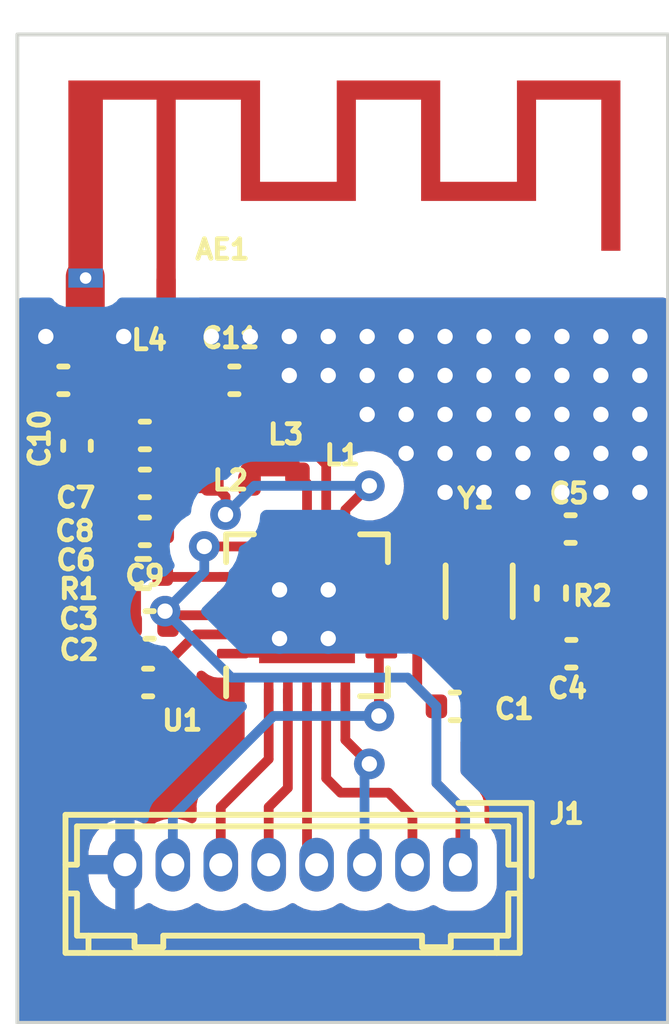
<source format=kicad_pcb>
(kicad_pcb (version 20221018) (generator pcbnew)
  (layers (0 "F.Cu" signal) (31 "B.Cu" signal) (34 "B.Paste" user) (35 "F.Paste" user) (36 "B.SilkS" user "B.Silkscreen") (37 "F.SilkS" user "F.Silkscreen") (38 "B.Mask" user) (39 "F.Mask" user) (44 "Edge.Cuts" user))
  (net 0 "")
  (net 1 "Net-(AE1-A)")
  (net 2 "VDD")
  (net 3 "GND")
  (net 4 "Net-(U1-DVDD)")
  (net 5 "Net-(U1-XC2)")
  (net 6 "Net-(U1-XC1)")
  (net 7 "Net-(U1-VDD_PA)")
  (net 8 "Net-(C7-Pad1)")
  (net 9 "Net-(C10-Pad1)")
  (net 10 "Net-(J1-Pin_2)")
  (net 11 "Net-(J1-Pin_3)")
  (net 12 "Net-(J1-Pin_4)")
  (net 13 "Net-(J1-Pin_5)")
  (net 14 "Net-(J1-Pin_6)")
  (net 15 "Net-(J1-Pin_7)")
  (net 16 "Net-(U1-ANT1)")
  (net 17 "Net-(U1-ANT2)")
  (net 18 "Net-(U1-IREF)")
  (footprint "Capacitor_SMD:C_0402_1005Metric" (layer "F.Cu") (at 149.48 47.6275 180)
    (fp_text reference "C2" (at 1.8 0.8475) (layer "F.SilkS") (effects (font (size 0.508 0.508) (thickness 0.1524))))
    (fp_text value "33nF")
    (fp_line (start -0.107836 -0.36) (end 0.107836 -0.36) (stroke (width 0.1524)) (layer "F.SilkS"))
    (fp_line (start -0.107836 0.36) (end 0.107836 0.36) (stroke (width 0.1524)) (layer "F.SilkS"))
    (pad "1" smd roundrect (at -0.48 0 180) (size 0.56 0.62) (layers "F.Cu" "F.Paste" "F.Mask") (net 4 "Net-(U1-DVDD)"))
    (pad "2" smd roundrect (at 0.48 0 180) (size 0.56 0.62) (layers "F.Cu" "F.Paste" "F.Mask") (net 3 "GND"))
  )
  (footprint "Capacitor_SMD:C_0402_1005Metric" (layer "F.Cu") (at 147.27 39.75 180)
    (fp_text reference "C10" (at 0.62 -1.52 90) (layer "F.SilkS") (effects (font (size 0.508 0.508) (thickness 0.1524))))
    (fp_text value "Cx")
    (fp_line (start -0.107836 -0.36) (end 0.107836 -0.36) (stroke (width 0.1524)) (layer "F.SilkS"))
    (fp_line (start -0.107836 0.36) (end 0.107836 0.36) (stroke (width 0.1524)) (layer "F.SilkS"))
    (pad "1" smd roundrect (at -0.48 0 180) (size 0.56 0.62) (layers "F.Cu" "F.Paste" "F.Mask") (net 9 "Net-(C10-Pad1)"))
    (pad "2" smd roundrect (at 0.48 0 180) (size 0.56 0.62) (layers "F.Cu" "F.Paste" "F.Mask") (net 3 "GND"))
  )
  (footprint "Capacitor_SMD:C_0402_1005Metric" (layer "F.Cu") (at 149.395 41.1875 180)
    (fp_text reference "C7" (at 1.805 -1.6225) (layer "F.SilkS") (effects (font (size 0.508 0.508) (thickness 0.1524))))
    (fp_text value "1.5pF")
    (fp_line (start -0.107836 -0.36) (end 0.107836 -0.36) (stroke (width 0.1524)) (layer "F.SilkS"))
    (fp_line (start -0.107836 0.36) (end 0.107836 0.36) (stroke (width 0.1524)) (layer "F.SilkS"))
    (pad "1" smd roundrect (at -0.48 0 180) (size 0.56 0.62) (layers "F.Cu" "F.Paste" "F.Mask") (net 8 "Net-(C7-Pad1)"))
    (pad "2" smd roundrect (at 0.48 0 180) (size 0.56 0.62) (layers "F.Cu" "F.Paste" "F.Mask") (net 9 "Net-(C10-Pad1)"))
  )
  (footprint "Capacitor_SMD:C_0402_1005Metric" (layer "F.Cu") (at 149.395 43.6875 180)
    (fp_text reference "C9" (at 0 -1.16) (layer "F.SilkS") (effects (font (size 0.508 0.508) (thickness 0.1524))))
    (fp_text value "4.7pF")
    (fp_line (start -0.107836 -0.36) (end 0.107836 -0.36) (stroke (width 0.1524)) (layer "F.SilkS"))
    (fp_line (start -0.107836 0.36) (end 0.107836 0.36) (stroke (width 0.1524)) (layer "F.SilkS"))
    (pad "1" smd roundrect (at -0.48 0 180) (size 0.56 0.62) (layers "F.Cu" "F.Paste" "F.Mask") (net 7 "Net-(U1-VDD_PA)"))
    (pad "2" smd roundrect (at 0.48 0 180) (size 0.56 0.62) (layers "F.Cu" "F.Paste" "F.Mask") (net 3 "GND"))
  )
  (footprint "Capacitor_SMD:C_0402_1005Metric" (layer "F.Cu") (at 157.48 48.25)
    (fp_text reference "C1" (at 1.55 0.07) (layer "F.SilkS") (effects (font (size 0.508 0.508) (thickness 0.1524))))
    (fp_text value "1nF")
    (fp_line (start -0.107836 -0.36) (end 0.107836 -0.36) (stroke (width 0.1524)) (layer "F.SilkS"))
    (fp_line (start -0.107836 0.36) (end 0.107836 0.36) (stroke (width 0.1524)) (layer "F.SilkS"))
    (pad "1" smd roundrect (at -0.48 0) (size 0.56 0.62) (layers "F.Cu" "F.Paste" "F.Mask") (net 2 "VDD"))
    (pad "2" smd roundrect (at 0.48 0) (size 0.56 0.62) (layers "F.Cu" "F.Paste" "F.Mask") (net 3 "GND"))
  )
  (footprint "Capacitor_SMD:C_0402_1005Metric" (layer "F.Cu") (at 147.625 41.4575 -90)
    (fp_text reference "C8" (at 2.2225 0.055 -180) (layer "F.SilkS") (effects (font (size 0.508 0.508) (thickness 0.1524))))
    (fp_text value "1.0pF")
    (fp_line (start -0.107836 -0.36) (end 0.107836 -0.36) (stroke (width 0.1524)) (layer "F.SilkS"))
    (fp_line (start -0.107836 0.36) (end 0.107836 0.36) (stroke (width 0.1524)) (layer "F.SilkS"))
    (pad "1" smd roundrect (at -0.48 0 270) (size 0.56 0.62) (layers "F.Cu" "F.Paste" "F.Mask") (net 9 "Net-(C10-Pad1)"))
    (pad "2" smd roundrect (at 0.48 0 270) (size 0.56 0.62) (layers "F.Cu" "F.Paste" "F.Mask") (net 3 "GND"))
  )
  (footprint "Inductor_SMD:L_0402_1005Metric" (layer "F.Cu") (at 151.625 41.1875 180)
    (fp_text reference "L2" (at 0 -1.17) (layer "F.SilkS") (effects (font (size 0.508 0.508) (thickness 0.1524))))
    (fp_text value "2.7nH")
    (pad "1" smd roundrect (at -0.485 0 180) (size 0.59 0.64) (layers "F.Cu" "F.Paste" "F.Mask") (net 16 "Net-(U1-ANT1)"))
    (pad "2" smd roundrect (at 0.485 0 180) (size 0.59 0.64) (layers "F.Cu" "F.Paste" "F.Mask") (net 8 "Net-(C7-Pad1)"))
  )
  (footprint "Resistor_SMD:R_0402_1005Metric" (layer "F.Cu") (at 160 45.2975 90)
    (fp_text reference "R2" (at -0.0725 1.07 180) (layer "F.SilkS") (effects (font (size 0.508 0.508) (thickness 0.1524))))
    (fp_text value "10M")
    (fp_line (start -0.153641 -0.38) (end 0.153641 -0.38) (stroke (width 0.1524)) (layer "F.SilkS"))
    (fp_line (start -0.153641 0.38) (end 0.153641 0.38) (stroke (width 0.1524)) (layer "F.SilkS"))
    (pad "1" smd roundrect (at -0.51 0 90) (size 0.54 0.64) (layers "F.Cu" "F.Paste" "F.Mask") (net 5 "Net-(U1-XC2)"))
    (pad "2" smd roundrect (at 0.51 0 90) (size 0.54 0.64) (layers "F.Cu" "F.Paste" "F.Mask") (net 6 "Net-(U1-XC1)"))
  )
  (footprint "Inductor_SMD:L_0402_1005Metric" (layer "F.Cu") (at 153.375 41.7025 -90)
    (fp_text reference "L1" (at 0 -1.17 -180) (layer "F.SilkS") (effects (font (size 0.508 0.508) (thickness 0.1524))))
    (fp_text value "8.2nH")
    (pad "1" smd roundrect (at -0.485 0 270) (size 0.59 0.64) (layers "F.Cu" "F.Paste" "F.Mask") (net 16 "Net-(U1-ANT1)"))
    (pad "2" smd roundrect (at 0.485 0 270) (size 0.59 0.64) (layers "F.Cu" "F.Paste" "F.Mask") (net 17 "Net-(U1-ANT2)"))
  )
  (footprint "Capacitor_SMD:C_0402_1005Metric" (layer "F.Cu") (at 160.52 46.8775)
    (fp_text reference "C4" (at -0.1 0.9025) (layer "F.SilkS") (effects (font (size 0.508 0.508) (thickness 0.1524))))
    (fp_text value "22pF")
    (fp_line (start -0.107836 -0.36) (end 0.107836 -0.36) (stroke (width 0.1524)) (layer "F.SilkS"))
    (fp_line (start -0.107836 0.36) (end 0.107836 0.36) (stroke (width 0.1524)) (layer "F.SilkS"))
    (pad "1" smd roundrect (at -0.48 0) (size 0.56 0.62) (layers "F.Cu" "F.Paste" "F.Mask") (net 5 "Net-(U1-XC2)"))
    (pad "2" smd roundrect (at 0.48 0) (size 0.56 0.62) (layers "F.Cu" "F.Paste" "F.Mask") (net 3 "GND"))
  )
  (footprint "RF_Antenna:Texas_SWRA117D_2.4GHz_Right" (layer "F.Cu") (at 149.95 37.084)
    (fp_text reference "AE1" (at 1.47 -0.744) (layer "F.SilkS") (effects (font (size 0.508 0.508) (thickness 0.1524))))
    (fp_text value "Antenna")
    (fp_poly (pts (xy 2.45 -2.51) (xy 4.45 -2.51) (xy 4.45 -5.15) (xy 7.15 -5.15) (xy 7.15 -2.51) (xy 9.15 -2.51) (xy 9.15 -5.15) (xy 11.85 -5.15) (xy 11.85 -0.71) (xy 11.35 -0.71) (xy 11.35 -4.65) (xy 9.65 -4.65) (xy 9.65 -2.01) (xy 6.65 -2.01) (xy 6.65 -4.65) (xy 4.95 -4.65) (xy 4.95 -2.01) (xy 1.95 -2.01) (xy 1.95 -4.65) (xy 0.25 -4.65) (xy 0.25 0.25) (xy -0.25 0.25) (xy -0.25 -4.65) (xy -1.65 -4.65) (xy -1.65 0.25) (xy -2.55 0.25) (xy -2.55 0.006785) (xy -2.247583 0.006785) (xy -2.237742 0.054395) (xy -2.213674 0.096797) (xy -2.175731 0.129581) (xy -2.167819 0.133935) (xy -2.125156 0.146043) (xy -2.076637 0.1453) (xy -2.031122 0.1324) (xy -2.012511 0.121787) (xy -1.978868 0.086553) (xy -1.958309 0.041368) (xy -1.951778 -0.008158) (xy -1.960218 -0.056417) (xy -1.977112 -0.088643) (xy -2.012372 -0.121313) (xy -2.057682 -0.141408) (xy -2.107267 -0.147982) (xy -2.155353 -0.140092) (xy -2.188245 -0.123186) (xy -2.223185 -0.086416) (xy -2.242847 -0.041622) (xy -2.247583 0.006785) (xy -2.55 0.006785) (xy -2.55 -5.15) (xy 2.45 -5.15) (xy 2.45 -2.51)) (fill solid) (layer "F.Cu"))
    (pad "1" connect rect (at 0 0) (size 0.5 0.5) (layers "F.Cu") (net 1 "Net-(AE1-A)"))
    (pad "2" thru_hole rect (at -2.1 0) (size 0.9 0.5) (drill 0.3) (layers "*.Cu"))
  )
  (footprint "Inductor_SMD:L_0402_1005Metric" (layer "F.Cu") (at 149.5 39.75)
    (fp_text reference "L4" (at 0.01 -1.05) (layer "F.SilkS") (effects (font (size 0.508 0.508) (thickness 0.1524))))
    (fp_text value "Lx")
    (pad "1" smd roundrect (at -0.485 0) (size 0.59 0.64) (layers "F.Cu" "F.Paste" "F.Mask") (net 9 "Net-(C10-Pad1)"))
    (pad "2" smd roundrect (at 0.485 0) (size 0.59 0.64) (layers "F.Cu" "F.Paste" "F.Mask") (net 1 "Net-(AE1-A)"))
  )
  (footprint "Capacitor_SMD:C_0402_1005Metric" (layer "F.Cu") (at 149.395 42.4375 180)
    (fp_text reference "C6" (at 1.795 -2.0025) (layer "F.SilkS") (effects (font (size 0.508 0.508) (thickness 0.1524))))
    (fp_text value "2.2nF")
    (fp_line (start -0.107836 -0.36) (end 0.107836 -0.36) (stroke (width 0.1524)) (layer "F.SilkS"))
    (fp_line (start -0.107836 0.36) (end 0.107836 0.36) (stroke (width 0.1524)) (layer "F.SilkS"))
    (pad "1" smd roundrect (at -0.48 0 180) (size 0.56 0.62) (layers "F.Cu" "F.Paste" "F.Mask") (net 7 "Net-(U1-VDD_PA)"))
    (pad "2" smd roundrect (at 0.48 0 180) (size 0.56 0.62) (layers "F.Cu" "F.Paste" "F.Mask") (net 3 "GND"))
  )
  (footprint "Crystal:Crystal_SMD_3215-2Pin_3.2x1.5mm" (layer "F.Cu") (at 158.115 45.25 -90)
    (fp_text reference "Y1" (at -2.42 0.095 -180) (layer "F.SilkS") (effects (font (size 0.508 0.508) (thickness 0.1524))))
    (fp_text value "16MHz")
    (fp_line (start -0.675 -0.875) (end 0.675 -0.875) (stroke (width 0.1524)) (layer "F.SilkS"))
    (fp_line (start -0.675 0.875) (end 0.675 0.875) (stroke (width 0.1524)) (layer "F.SilkS"))
    (pad "1" smd rect (at 1.25 0 270) (size 1 1.8) (layers "F.Cu" "F.Paste" "F.Mask") (net 5 "Net-(U1-XC2)"))
    (pad "2" smd rect (at -1.25 0 270) (size 1 1.8) (layers "F.Cu" "F.Paste" "F.Mask") (net 6 "Net-(U1-XC1)"))
  )
  (footprint "Connector_Hirose:Hirose_DF13-08P-1.25DSA_1x08_P1.25mm_Vertical" (layer "F.Cu") (at 157.625 52.3775 180)
    (fp_text reference "J1" (at -2.775 1.3275) (layer "F.SilkS") (effects (font (size 0.508 0.508) (thickness 0.1524))))
    (fp_text value "Conn_01x08_Pin")
    (fp_line (start -1.86 -0.3) (end -1.86 1.61) (stroke (width 0.1524)) (layer "F.SilkS"))
    (fp_line (start -1.86 1.61) (end 0.05 1.61) (stroke (width 0.1524)) (layer "F.SilkS"))
    (fp_line (start -1.55 -2.3) (end -1.55 1.3) (stroke (width 0.1524)) (layer "F.SilkS"))
    (fp_line (start -1.55 -0.75) (end -1.25 -0.75) (stroke (width 0.1524)) (layer "F.SilkS"))
    (fp_line (start -1.55 0) (end -1.25 0) (stroke (width 0.1524)) (layer "F.SilkS"))
    (fp_line (start -1.55 1.3) (end 10.3 1.3) (stroke (width 0.1524)) (layer "F.SilkS"))
    (fp_line (start -1.25 -1.85) (end -0.95 -1.85) (stroke (width 0.1524)) (layer "F.SilkS"))
    (fp_line (start -1.25 -0.75) (end -1.25 -1.85) (stroke (width 0.1524)) (layer "F.SilkS"))
    (fp_line (start -1.25 0) (end -1.25 1) (stroke (width 0.1524)) (layer "F.SilkS"))
    (fp_line (start -1.25 1) (end 10 1) (stroke (width 0.1524)) (layer "F.SilkS"))
    (fp_line (start -0.95 -1.85) (end -0.95 -2.3) (stroke (width 0.1524)) (layer "F.SilkS"))
    (fp_line (start -0.95 -1.85) (end 0.25 -1.85) (stroke (width 0.1524)) (layer "F.SilkS"))
    (fp_line (start 0.25 -2.15) (end 1 -2.15) (stroke (width 0.1524)) (layer "F.SilkS"))
    (fp_line (start 0.25 -1.85) (end 0.25 -2.15) (stroke (width 0.1524)) (layer "F.SilkS"))
    (fp_line (start 1 -2.15) (end 1 -1.85) (stroke (width 0.1524)) (layer "F.SilkS"))
    (fp_line (start 1 -1.85) (end 7.75 -1.85) (stroke (width 0.1524)) (layer "F.SilkS"))
    (fp_line (start 7.75 -2.15) (end 8.5 -2.15) (stroke (width 0.1524)) (layer "F.SilkS"))
    (fp_line (start 7.75 -1.85) (end 7.75 -2.15) (stroke (width 0.1524)) (layer "F.SilkS"))
    (fp_line (start 8.5 -2.15) (end 8.5 -1.85) (stroke (width 0.1524)) (layer "F.SilkS"))
    (fp_line (start 8.5 -1.85) (end 9.7 -1.85) (stroke (width 0.1524)) (layer "F.SilkS"))
    (fp_line (start 9.7 -1.85) (end 9.7 -2.3) (stroke (width 0.1524)) (layer "F.SilkS"))
    (fp_line (start 10 -1.85) (end 9.7 -1.85) (stroke (width 0.1524)) (layer "F.SilkS"))
    (fp_line (start 10 -0.75) (end 10 -1.85) (stroke (width 0.1524)) (layer "F.SilkS"))
    (fp_line (start 10 0) (end 10.3 0) (stroke (width 0.1524)) (layer "F.SilkS"))
    (fp_line (start 10 1) (end 10 0) (stroke (width 0.1524)) (layer "F.SilkS"))
    (fp_line (start 10.3 -2.3) (end -1.55 -2.3) (stroke (width 0.1524)) (layer "F.SilkS"))
    (fp_line (start 10.3 -0.75) (end 10 -0.75) (stroke (width 0.1524)) (layer "F.SilkS"))
    (fp_line (start 10.3 1.3) (end 10.3 -2.3) (stroke (width 0.1524)) (layer "F.SilkS"))
    (pad "1" thru_hole roundrect (at 0 0 180) (size 0.9 1.4) (drill 0.6) (layers "*.Cu" "*.Mask") (net 2 "VDD"))
    (pad "2" thru_hole oval (at 1.25 0 180) (size 0.9 1.4) (drill 0.6) (layers "*.Cu" "*.Mask") (net 10 "Net-(J1-Pin_2)"))
    (pad "3" thru_hole oval (at 2.5 0 180) (size 0.9 1.4) (drill 0.6) (layers "*.Cu" "*.Mask") (net 11 "Net-(J1-Pin_3)"))
    (pad "4" thru_hole oval (at 3.75 0 180) (size 0.9 1.4) (drill 0.6) (layers "*.Cu" "*.Mask") (net 12 "Net-(J1-Pin_4)"))
    (pad "5" thru_hole oval (at 5 0 180) (size 0.9 1.4) (drill 0.6) (layers "*.Cu" "*.Mask") (net 13 "Net-(J1-Pin_5)"))
    (pad "6" thru_hole oval (at 6.25 0 180) (size 0.9 1.4) (drill 0.6) (layers "*.Cu" "*.Mask") (net 14 "Net-(J1-Pin_6)"))
    (pad "7" thru_hole oval (at 7.5 0 180) (size 0.9 1.4) (drill 0.6) (layers "*.Cu" "*.Mask") (net 15 "Net-(J1-Pin_7)"))
    (pad "8" thru_hole oval (at 8.75 0 180) (size 0.9 1.4) (drill 0.6) (layers "*.Cu" "*.Mask") (net 3 "GND"))
  )
  (footprint "Capacitor_SMD:C_0402_1005Metric" (layer "F.Cu") (at 151.73 39.75)
    (fp_text reference "C11" (at -0.1 -1.1) (layer "F.SilkS") (effects (font (size 0.508 0.508) (thickness 0.1524))))
    (fp_text value "Cx")
    (fp_line (start -0.107836 -0.36) (end 0.107836 -0.36) (stroke (width 0.1524)) (layer "F.SilkS"))
    (fp_line (start -0.107836 0.36) (end 0.107836 0.36) (stroke (width 0.1524)) (layer "F.SilkS"))
    (pad "1" smd roundrect (at -0.48 0) (size 0.56 0.62) (layers "F.Cu" "F.Paste" "F.Mask") (net 1 "Net-(AE1-A)"))
    (pad "2" smd roundrect (at 0.48 0) (size 0.56 0.62) (layers "F.Cu" "F.Paste" "F.Mask") (net 3 "GND"))
  )
  (footprint "Resistor_SMD:R_0402_1005Metric" (layer "F.Cu") (at 149.35 44.7875 180)
    (fp_text reference "R1" (at 1.68 -0.4025) (layer "F.SilkS") (effects (font (size 0.508 0.508) (thickness 0.1524))))
    (fp_text value "22k")
    (fp_line (start -0.153641 -0.38) (end 0.153641 -0.38) (stroke (width 0.1524)) (layer "F.SilkS"))
    (fp_line (start -0.153641 0.38) (end 0.153641 0.38) (stroke (width 0.1524)) (layer "F.SilkS"))
    (pad "1" smd roundrect (at -0.51 0 180) (size 0.54 0.64) (layers "F.Cu" "F.Paste" "F.Mask") (net 18 "Net-(U1-IREF)"))
    (pad "2" smd roundrect (at 0.51 0 180) (size 0.54 0.64) (layers "F.Cu" "F.Paste" "F.Mask") (net 3 "GND"))
  )
  (footprint "Capacitor_SMD:C_0402_1005Metric" (layer "F.Cu") (at 149.52 46.1275 180)
    (fp_text reference "C3" (at 1.85 0.1575) (layer "F.SilkS") (effects (font (size 0.508 0.508) (thickness 0.1524))))
    (fp_text value "10nF")
    (fp_line (start -0.107836 -0.36) (end 0.107836 -0.36) (stroke (width 0.1524)) (layer "F.SilkS"))
    (fp_line (start -0.107836 0.36) (end 0.107836 0.36) (stroke (width 0.1524)) (layer "F.SilkS"))
    (pad "1" smd roundrect (at -0.48 0 180) (size 0.56 0.62) (layers "F.Cu" "F.Paste" "F.Mask") (net 2 "VDD"))
    (pad "2" smd roundrect (at 0.48 0 180) (size 0.56 0.62) (layers "F.Cu" "F.Paste" "F.Mask") (net 3 "GND"))
  )
  (footprint "Package_DFN_QFN:QFN-20-1EP_4x4mm_P0.5mm_EP2.5x2.5mm" (layer "F.Cu") (at 153.625 45.875 90)
    (fp_text reference "U1" (at -2.745 -3.255 180) (layer "F.SilkS") (effects (font (size 0.508 0.508) (thickness 0.1524))))
    (fp_text value "NRF24L01")
    (fp_line (start -2.11 2.11) (end -2.11 1.385) (stroke (width 0.1524)) (layer "F.SilkS"))
    (fp_line (start -1.385 -2.11) (end -2.11 -2.11) (stroke (width 0.1524)) (layer "F.SilkS"))
    (fp_line (start -1.385 2.11) (end -2.11 2.11) (stroke (width 0.1524)) (layer "F.SilkS"))
    (fp_line (start 1.385 -2.11) (end 2.11 -2.11) (stroke (width 0.1524)) (layer "F.SilkS"))
    (fp_line (start 1.385 2.11) (end 2.11 2.11) (stroke (width 0.1524)) (layer "F.SilkS"))
    (fp_line (start 2.11 -2.11) (end 2.11 -1.385) (stroke (width 0.1524)) (layer "F.SilkS"))
    (fp_line (start 2.11 2.11) (end 2.11 1.385) (stroke (width 0.1524)) (layer "F.SilkS"))
    (pad "1" smd roundrect (at -1.9375 -1 90) (size 0.825 0.25) (layers "F.Cu" "F.Paste" "F.Mask") (net 14 "Net-(J1-Pin_6)"))
    (pad "2" smd roundrect (at -1.9375 -0.5 90) (size 0.825 0.25) (layers "F.Cu" "F.Paste" "F.Mask") (net 13 "Net-(J1-Pin_5)"))
    (pad "3" smd roundrect (at -1.9375 0 90) (size 0.825 0.25) (layers "F.Cu" "F.Paste" "F.Mask") (net 12 "Net-(J1-Pin_4)"))
    (pad "4" smd roundrect (at -1.9375 0.5 90) (size 0.825 0.25) (layers "F.Cu" "F.Paste" "F.Mask") (net 10 "Net-(J1-Pin_2)"))
    (pad "5" smd roundrect (at -1.9375 1 90) (size 0.825 0.25) (layers "F.Cu" "F.Paste" "F.Mask") (net 11 "Net-(J1-Pin_3)"))
    (pad "6" smd roundrect (at -1 1.9375 90) (size 0.25 0.825) (layers "F.Cu" "F.Paste" "F.Mask") (net 15 "Net-(J1-Pin_7)"))
    (pad "7" smd roundrect (at -0.5 1.9375 90) (size 0.25 0.825) (layers "F.Cu" "F.Paste" "F.Mask") (net 2 "VDD"))
    (pad "8" smd roundrect (at 0 1.9375 90) (size 0.25 0.825) (layers "F.Cu" "F.Paste" "F.Mask") (net 3 "GND"))
    (pad "9" smd roundrect (at 0.5 1.9375 90) (size 0.25 0.825) (layers "F.Cu" "F.Paste" "F.Mask") (net 5 "Net-(U1-XC2)"))
    (pad "10" smd roundrect (at 1 1.9375 90) (size 0.25 0.825) (layers "F.Cu" "F.Paste" "F.Mask") (net 6 "Net-(U1-XC1)"))
    (pad "11" smd roundrect (at 1.9375 1 90) (size 0.825 0.25) (layers "F.Cu" "F.Paste" "F.Mask") (net 7 "Net-(U1-VDD_PA)"))
    (pad "12" smd roundrect (at 1.9375 0.5 90) (size 0.825 0.25) (layers "F.Cu" "F.Paste" "F.Mask") (net 16 "Net-(U1-ANT1)"))
    (pad "13" smd roundrect (at 1.9375 0 90) (size 0.825 0.25) (layers "F.Cu" "F.Paste" "F.Mask") (net 17 "Net-(U1-ANT2)"))
    (pad "14" smd roundrect (at 1.9375 -0.5 90) (size 0.825 0.25) (layers "F.Cu" "F.Paste" "F.Mask") (net 3 "GND"))
    (pad "15" smd roundrect (at 1.9375 -1 90) (size 0.825 0.25) (layers "F.Cu" "F.Paste" "F.Mask") (net 2 "VDD"))
    (pad "16" smd roundrect (at 1 -1.9375 90) (size 0.25 0.825) (layers "F.Cu" "F.Paste" "F.Mask") (net 18 "Net-(U1-IREF)"))
    (pad "17" smd roundrect (at 0.5 -1.9375 90) (size 0.25 0.825) (layers "F.Cu" "F.Paste" "F.Mask") (net 3 "GND"))
    (pad "18" smd roundrect (at 0 -1.9375 90) (size 0.25 0.825) (layers "F.Cu" "F.Paste" "F.Mask") (net 2 "VDD"))
    (pad "19" smd roundrect (at -0.5 -1.9375 90) (size 0.25 0.825) (layers "F.Cu" "F.Paste" "F.Mask") (net 4 "Net-(U1-DVDD)"))
    (pad "20" smd roundrect (at -1 -1.9375 90) (size 0.25 0.825) (layers "F.Cu" "F.Paste" "F.Mask") (net 3 "GND"))
    (pad "21" smd rect (at 0 0 90) (size 2.5 2.5) (layers "F.Cu" "F.Mask"))
  )
  (footprint "Inductor_SMD:L_0402_1005Metric" (layer "F.Cu") (at 151.64 42.4375)
    (fp_text reference "L3" (at 1.43 -1.2775) (layer "F.SilkS") (effects (font (size 0.508 0.508) (thickness 0.1524))))
    (fp_text value "3.9nH")
    (pad "1" smd roundrect (at -0.485 0) (size 0.59 0.64) (layers "F.Cu" "F.Paste" "F.Mask") (net 7 "Net-(U1-VDD_PA)"))
    (pad "2" smd roundrect (at 0.485 0) (size 0.59 0.64) (layers "F.Cu" "F.Paste" "F.Mask") (net 17 "Net-(U1-ANT2)"))
  )
  (footprint "Capacitor_SMD:C_0402_1005Metric" (layer "F.Cu") (at 160.5 43.6275)
    (fp_text reference "C5" (at -0.04 -0.9275) (layer "F.SilkS") (effects (font (size 0.508 0.508) (thickness 0.1524))))
    (fp_text value "22pF")
    (fp_line (start -0.107836 -0.36) (end 0.107836 -0.36) (stroke (width 0.1524)) (layer "F.SilkS"))
    (fp_line (start -0.107836 0.36) (end 0.107836 0.36) (stroke (width 0.1524)) (layer "F.SilkS"))
    (pad "1" smd roundrect (at -0.48 0) (size 0.56 0.62) (layers "F.Cu" "F.Paste" "F.Mask") (net 6 "Net-(U1-XC1)"))
    (pad "2" smd roundrect (at 0.48 0) (size 0.56 0.62) (layers "F.Cu" "F.Paste" "F.Mask") (net 3 "GND"))
  )
  (gr_line (start 149.95 37.13) (end 149.95 39.7764) (stroke (width 0.508)) (layer "F.Cu"))
  (gr_line (start 153.12 44.24) (end 153.12 44.91) (stroke (width 0.2)) (layer "F.Cu"))
  (gr_line (start 146.88 38.62) (end 148.77 38.62) (stroke (width 1.016)) (layer "F.Cu"))
  (gr_line (start 151.94 46.88) (end 152.92 46.88) (stroke (width 0.2)) (layer "F.Cu"))
  (gr_line (start 155.27 45.88) (end 154.41 45.88) (stroke (width 0.2)) (layer "F.Cu"))
  (gr_line (start 147.84 37.055) (end 147.84 38.345) (stroke (width 1.016)) (layer "F.Cu"))
  (gr_line (start 151.96 45.39) (end 153.11 45.39) (stroke (width 0.2)) (layer "F.Cu"))
  (gr_rect (start 146.07 30.734) (end 163.04 56.5) (stroke (width 0.1)) (fill none) (layer "Edge.Cuts"))
  (segment (start 149.985 39.75) (end 151.25 39.75) (width 0.508) (layer "F.Cu") (net 1))
  (segment (start 156.375 46.375) (end 155.5625 46.375) (width 0.254) (layer "F.Cu") (net 2))
  (segment (start 151.6875 45.875) (end 150.2525 45.875) (width 0.254) (layer "F.Cu") (net 2))
  (segment (start 152.480863 44.081637) (end 150.945576 44.081637) (width 0.254) (layer "F.Cu") (net 2))
  (segment (start 156.5 47.75) (end 156.5 46.5) (width 0.254) (layer "F.Cu") (net 2))
  (segment (start 157.625 50.875) (end 157.625 52.3775) (width 0.254) (layer "F.Cu") (net 2))
  (segment (start 156.5 46.5) (end 156.375 46.375) (width 0.254) (layer "F.Cu") (net 2))
  (segment (start 152.625 43.9375) (end 152.480863 44.081637) (width 0.254) (layer "F.Cu") (net 2))
  (segment (start 157 48.25) (end 157 50.25) (width 0.254) (layer "F.Cu") (net 2))
  (segment (start 149.921285 46.048785) (end 150 46.1275) (width 0.254) (layer "F.Cu") (net 2))
  (segment (start 157 48.25) (end 156.5 47.75) (width 0.254) (layer "F.Cu") (net 2))
  (segment (start 150.2525 45.875) (end 150 46.1275) (width 0.254) (layer "F.Cu") (net 2))
  (segment (start 149.921285 45.768195) (end 149.921285 46.048785) (width 0.254) (layer "F.Cu") (net 2))
  (segment (start 157 50.25) (end 157.625 50.875) (width 0.254) (layer "F.Cu") (net 2))
  (via (at 150.945576 44.081637) (size 0.8) (drill 0.4) (layers "F.Cu" "B.Cu") (net 2))
  (via (at 149.921285 45.768195) (size 0.8) (drill 0.4) (layers "F.Cu" "B.Cu") (net 2))
  (segment (start 156.25 47.5) (end 157 48.25) (width 0.254) (layer "B.Cu") (net 2))
  (segment (start 157.75 51) (end 157.75 52.2525) (width 0.254) (layer "B.Cu") (net 2))
  (segment (start 150.945576 44.743904) (end 149.921285 45.768195) (width 0.254) (layer "B.Cu") (net 2))
  (segment (start 157.75 52.2525) (end 157.625 52.3775) (width 0.254) (layer "B.Cu") (net 2))
  (segment (start 149.921285 45.768195) (end 151.65309 47.5) (width 0.254) (layer "B.Cu") (net 2))
  (segment (start 151.65309 47.5) (end 156.25 47.5) (width 0.254) (layer "B.Cu") (net 2))
  (segment (start 150.945576 44.081637) (end 150.945576 44.743904) (width 0.254) (layer "B.Cu") (net 2))
  (segment (start 157 50.25) (end 157.75 51) (width 0.254) (layer "B.Cu") (net 2))
  (segment (start 157 48.25) (end 157 50.25) (width 0.254) (layer "B.Cu") (net 2))
  (segment (start 149 47.6275) (end 149 47.25) (width 0.508) (layer "F.Cu") (net 3))
  (segment (start 148.415 41.9375) (end 148.915 42.4375) (width 0.508) (layer "F.Cu") (net 3))
  (segment (start 161 47.5) (end 161 46.8775) (width 0.508) (layer "F.Cu") (net 3))
  (segment (start 149 47.25) (end 149 46.1675) (width 0.508) (layer "F.Cu") (net 3))
  (segment (start 148.84 44.7875) (end 148.84 43.7625) (width 0.508) (layer "F.Cu") (net 3))
  (segment (start 146.79 39.75) (end 146.79 41.112938) (width 0.254) (layer "F.Cu") (net 3))
  (segment (start 148.875 47.375) (end 149 47.25) (width 0.254) (layer "F.Cu") (net 3))
  (segment (start 148.875 52.3775) (end 148.875 47.375) (width 0.254) (layer "F.Cu") (net 3))
  (segment (start 160.98 46.8575) (end 161 46.8775) (width 0.508) (layer "F.Cu") (net 3))
  (segment (start 149 46.1675) (end 149.04 46.1275) (width 0.508) (layer "F.Cu") (net 3))
  (segment (start 148.84 43.7625) (end 148.915 43.6875) (width 0.508) (layer "F.Cu") (net 3))
  (segment (start 146.79 41.112938) (end 147.614562 41.9375) (width 0.254) (layer "F.Cu") (net 3))
  (segment (start 148.915 42.4375) (end 148.915 43.6875) (width 0.508) (layer "F.Cu") (net 3))
  (segment (start 147.614562 41.9375) (end 147.625 41.9375) (width 0.254) (layer "F.Cu") (net 3))
  (segment (start 149.04 44.9875) (end 148.84 44.7875) (width 0.508) (layer "F.Cu") (net 3))
  (segment (start 157.96 48.25) (end 160.25 48.25) (width 0.508) (layer "F.Cu") (net 3))
  (segment (start 149.04 46.1275) (end 149.04 44.9875) (width 0.508) (layer "F.Cu") (net 3))
  (segment (start 147.625 41.9375) (end 148.415 41.9375) (width 0.508) (layer "F.Cu") (net 3))
  (segment (start 160.25 48.25) (end 161 47.5) (width 0.508) (layer "F.Cu") (net 3))
  (segment (start 160.98 43.6275) (end 160.98 46.8575) (width 0.508) (layer "F.Cu") (net 3))
  (via (at 153.162 39.624) (size 0.8) (drill 0.4) (layers "F.Cu" "B.Cu") (net 3))
  (via (at 161.29 42.672) (size 0.8) (drill 0.4) (layers "F.Cu" "B.Cu") (net 3))
  (via (at 154.178 46.482) (size 0.8) (drill 0.4) (layers "F.Cu" "B.Cu") (net 3))
  (via (at 159.258 40.64) (size 0.8) (drill 0.4) (layers "F.Cu" "B.Cu") (net 3))
  (via (at 158.242 42.672) (size 0.8) (drill 0.4) (layers "F.Cu" "B.Cu") (net 3))
  (via (at 162.306 42.672) (size 0.8) (drill 0.4) (layers "F.Cu" "B.Cu") (net 3))
  (via (at 161.29 40.64) (size 0.8) (drill 0.4) (layers "F.Cu" "B.Cu") (net 3))
  (via (at 159.258 42.672) (size 0.8) (drill 0.4) (layers "F.Cu" "B.Cu") (net 3))
  (via (at 153.162 38.608) (size 0.8) (drill 0.4) (layers "F.Cu" "B.Cu") (net 3))
  (via (at 157.226 38.608) (size 0.8) (drill 0.4) (layers "F.Cu" "B.Cu") (net 3))
  (via (at 156.21 39.624) (size 0.8) (drill 0.4) (layers "F.Cu" "B.Cu") (net 3))
  (via (at 160.274 42.672) (size 0.8) (drill 0.4) (layers "F.Cu" "B.Cu") (net 3))
  (via (at 158.242 39.624) (size 0.8) (drill 0.4) (layers "F.Cu" "B.Cu") (net 3))
  (via (at 156.21 38.608) (size 0.8) (drill 0.4) (layers "F.Cu" "B.Cu") (net 3))
  (via (at 159.258 39.624) (size 0.8) (drill 0.4) (layers "F.Cu" "B.Cu") (net 3))
  (via (at 161.29 38.608) (size 0.8) (drill 0.4) (layers "F.Cu" "B.Cu") (net 3))
  (via (at 152.908 45.212) (size 0.8) (drill 0.4) (layers "F.Cu" "B.Cu") (net 3))
  (via (at 154.178 38.608) (size 0.8) (drill 0.4) (layers "F.Cu" "B.Cu") (net 3))
  (via (at 155.194 39.624) (size 0.8) (drill 0.4) (layers "F.Cu" "B.Cu") (net 3))
  (via (at 157.226 39.624) (size 0.8) (drill 0.4) (layers "F.Cu" "B.Cu") (net 3))
  (via (at 157.226 40.64) (size 0.8) (drill 0.4) (layers "F.Cu" "B.Cu") (net 3))
  (via (at 152.908 46.482) (size 0.8) (drill 0.4) (layers "F.Cu" "B.Cu") (net 3))
  (via (at 159.258 41.656) (size 0.8) (drill 0.4) (layers "F.Cu" "B.Cu") (net 3))
  (via (at 158.242 40.64) (size 0.8) (drill 0.4) (layers "F.Cu" "B.Cu") (net 3))
  (via (at 156.21 40.64) (size 0.8) (drill 0.4) (layers "F.Cu" "B.Cu") (net 3))
  (via (at 160.274 41.656) (size 0.8) (drill 0.4) (layers "F.Cu" "B.Cu") (net 3))
  (via (at 158.242 38.608) (size 0.8) (drill 0.4) (layers "F.Cu" "B.Cu") (net 3))
  (via (at 160.274 39.624) (size 0.8) (drill 0.4) (layers "F.Cu" "B.Cu") (net 3))
  (via (at 159.258 38.608) (size 0.8) (drill 0.4) (layers "F.Cu" "B.Cu") (net 3))
  (via (at 156.21 41.656) (size 0.8) (drill 0.4) (layers "F.Cu" "B.Cu") (net 3))
  (via (at 157.226 41.656) (size 0.8) (drill 0.4) (layers "F.Cu" "B.Cu") (net 3))
  (via (at 148.844 38.608) (size 0.8) (drill 0.4) (layers "F.Cu" "B.Cu") (net 3))
  (via (at 146.812 38.608) (size 0.8) (drill 0.4) (layers "F.Cu" "B.Cu") (net 3))
  (via (at 155.194 38.608) (size 0.8) (drill 0.4) (layers "F.Cu" "B.Cu") (net 3))
  (via (at 162.306 41.656) (size 0.8) (drill 0.4) (layers "F.Cu" "B.Cu") (net 3))
  (via (at 160.274 40.64) (size 0.8) (drill 0.4) (layers "F.Cu" "B.Cu") (net 3))
  (via (at 161.29 39.624) (size 0.8) (drill 0.4) (layers "F.Cu" "B.Cu") (net 3))
  (via (at 152.146 38.608) (size 0.8) (drill 0.4) (layers "F.Cu" "B.Cu") (net 3))
  (via (at 154.178 45.212) (size 0.8) (drill 0.4) (layers "F.Cu" "B.Cu") (net 3))
  (via (at 162.306 38.608) (size 0.8) (drill 0.4) (layers "F.Cu" "B.Cu") (net 3))
  (via (at 161.29 41.656) (size 0.8) (drill 0.4) (layers "F.Cu" "B.Cu") (net 3))
  (via (at 162.306 39.624) (size 0.8) (drill 0.4) (layers "F.Cu" "B.Cu") (net 3))
  (via (at 158.242 41.656) (size 0.8) (drill 0.4) (layers "F.Cu" "B.Cu") (net 3))
  (via (at 155.194 40.64) (size 0.8) (drill 0.4) (layers "F.Cu" "B.Cu") (net 3))
  (via (at 157.226 42.672) (size 0.8) (drill 0.4) (layers "F.Cu" "B.Cu") (net 3))
  (via (at 154.178 39.624) (size 0.8) (drill 0.4) (layers "F.Cu" "B.Cu") (net 3))
  (via (at 151.13 38.608) (size 0.8) (drill 0.4) (layers "F.Cu" "B.Cu") (net 3))
  (via (at 160.274 38.608) (size 0.8) (drill 0.4) (layers "F.Cu" "B.Cu") (net 3))
  (via (at 162.306 40.64) (size 0.8) (drill 0.4) (layers "F.Cu" "B.Cu") (net 3))
  (segment (start 149.96 47.137938) (end 150.722938 46.375) (width 0.254) (layer "F.Cu") (net 4))
  (segment (start 149.96 47.6275) (end 149.96 47.137938) (width 0.254) (layer "F.Cu") (net 4))
  (segment (start 150.722938 46.375) (end 151.6875 46.375) (width 0.254) (layer "F.Cu") (net 4))
  (segment (start 157.625 45.375) (end 158 45.75) (width 0.254) (layer "F.Cu") (net 5))
  (segment (start 160 46.8375) (end 160.04 46.8775) (width 0.254) (layer "F.Cu") (net 5))
  (segment (start 158 46.385) (end 158.115 46.5) (width 0.254) (layer "F.Cu") (net 5))
  (segment (start 158 45.75) (end 158 46.385) (width 0.254) (layer "F.Cu") (net 5))
  (segment (start 155.5625 45.375) (end 157.625 45.375) (width 0.254) (layer "F.Cu") (net 5))
  (segment (start 160.04 46.8775) (end 158.4925 46.8775) (width 0.254) (layer "F.Cu") (net 5))
  (segment (start 160 45.8075) (end 160 46.8375) (width 0.254) (layer "F.Cu") (net 5))
  (segment (start 158.4925 46.8775) (end 158.115 46.5) (width 0.254) (layer "F.Cu") (net 5))
  (segment (start 158.5 43.5) (end 159.8925 43.5) (width 0.254) (layer "F.Cu") (net 6))
  (segment (start 158.115 44) (end 158.115 43.885) (width 0.254) (layer "F.Cu") (net 6))
  (segment (start 158.115 43.885) (end 158.5 43.5) (width 0.254) (layer "F.Cu") (net 6))
  (segment (start 157.625 44.875) (end 158.115 44.385) (width 0.254) (layer "F.Cu") (net 6))
  (segment (start 160.02 43.6275) (end 160.02 44.7675) (width 0.254) (layer "F.Cu") (net 6))
  (segment (start 160.02 44.7675) (end 160 44.7875) (width 0.254) (layer "F.Cu") (net 6))
  (segment (start 158.115 44.1725) (end 158.8275 44.1725) (width 0.254) (layer "F.Cu") (net 6))
  (segment (start 159.8925 43.5) (end 160.02 43.6275) (width 0.254) (layer "F.Cu") (net 6))
  (segment (start 155.5625 44.875) (end 157.625 44.875) (width 0.254) (layer "F.Cu") (net 6))
  (segment (start 158.115 44.385) (end 158.115 44.1725) (width 0.254) (layer "F.Cu") (net 6))
  (segment (start 158.115 44.385) (end 158.115 44) (width 0.254) (layer "F.Cu") (net 6))
  (segment (start 151.5 43.25) (end 151.5 42.7825) (width 0.254) (layer "F.Cu") (net 7))
  (segment (start 154.625 43.9375) (end 154.625 43.125) (width 0.254) (layer "F.Cu") (net 7))
  (segment (start 149.875 43.6875) (end 149.875 42.4375) (width 0.508) (layer "F.Cu") (net 7))
  (segment (start 154.625 43.125) (end 155.25 42.5) (width 0.254) (layer "F.Cu") (net 7))
  (segment (start 151.155 42.4375) (end 149.875 42.4375) (width 0.508) (layer "F.Cu") (net 7))
  (segment (start 151.5 42.7825) (end 151.155 42.4375) (width 0.254) (layer "F.Cu") (net 7))
  (via (at 151.5 43.25) (size 0.8) (drill 0.4) (layers "F.Cu" "B.Cu") (net 7))
  (via (at 155.25 42.5) (size 0.8) (drill 0.4) (layers "F.Cu" "B.Cu") (net 7))
  (segment (start 155.25 42.5) (end 152.25 42.5) (width 0.254) (layer "B.Cu") (net 7))
  (segment (start 152.25 42.5) (end 151.5 43.25) (width 0.254) (layer "B.Cu") (net 7))
  (segment (start 149.875 41.1875) (end 151.14 41.1875) (width 0.508) (layer "F.Cu") (net 8))
  (segment (start 148.915 39.85) (end 149.015 39.75) (width 0.508) (layer "F.Cu") (net 9))
  (segment (start 148.915 41.1875) (end 147.835 41.1875) (width 0.508) (layer "F.Cu") (net 9))
  (segment (start 147.75 39.75) (end 147.75 40.8525) (width 0.508) (layer "F.Cu") (net 9))
  (segment (start 148.915 41.1875) (end 148.915 39.85) (width 0.508) (layer "F.Cu") (net 9))
  (segment (start 149.015 39.75) (end 149 39.75) (width 0.2) (layer "F.Cu") (net 9))
  (segment (start 147.835 41.1875) (end 147.625 40.9775) (width 0.508) (layer "F.Cu") (net 9))
  (segment (start 147.75 40.8525) (end 147.625 40.9775) (width 0.508) (layer "F.Cu") (net 9))
  (segment (start 154.5 50.5) (end 155.75 50.5) (width 0.254) (layer "F.Cu") (net 10))
  (segment (start 154.125 50.125) (end 154.5 50.5) (width 0.254) (layer "F.Cu") (net 10))
  (segment (start 156.375 51.125) (end 156.375 52.3775) (width 0.254) (layer "F.Cu") (net 10))
  (segment (start 155.75 50.5) (end 156.375 51.125) (width 0.254) (layer "F.Cu") (net 10))
  (segment (start 154.125 47.8125) (end 154.125 50.125) (width 0.254) (layer "F.Cu") (net 10))
  (segment (start 154.625 49.125) (end 155.25 49.75) (width 0.254) (layer "F.Cu") (net 11))
  (segment (start 154.625 47.8125) (end 154.625 49.125) (width 0.254) (layer "F.Cu") (net 11))
  (via (at 155.25 49.75) (size 0.8) (drill 0.4) (layers "F.Cu" "B.Cu") (net 11))
  (segment (start 155.25 49.75) (end 155.125 49.875) (width 0.254) (layer "B.Cu") (net 11))
  (segment (start 155.125 49.875) (end 155.125 52.3775) (width 0.254) (layer "B.Cu") (net 11))
  (segment (start 153.625 52.1275) (end 153.875 52.3775) (width 0.254) (layer "F.Cu") (net 12))
  (segment (start 153.625 47.8125) (end 153.625 52.1275) (width 0.254) (layer "F.Cu") (net 12))
  (segment (start 152.625 50.875) (end 152.625 52.3775) (width 0.254) (layer "F.Cu") (net 13))
  (segment (start 153.125 47.8125) (end 153.125 50.375) (width 0.254) (layer "F.Cu") (net 13))
  (segment (start 153.125 50.375) (end 152.625 50.875) (width 0.254) (layer "F.Cu") (net 13))
  (segment (start 152.625 49.625) (end 151.375 50.875) (width 0.254) (layer "F.Cu") (net 14))
  (segment (start 151.375 50.875) (end 151.375 52.3775) (width 0.254) (layer "F.Cu") (net 14))
  (segment (start 152.625 47.8125) (end 152.625 49.625) (width 0.254) (layer "F.Cu") (net 14))
  (segment (start 155.5 46.9375) (end 155.5 48.5) (width 0.254) (layer "F.Cu") (net 15))
  (segment (start 155.5625 46.875) (end 155.5 46.9375) (width 0.254) (layer "F.Cu") (net 15))
  (via (at 155.5 48.5) (size 0.8) (drill 0.4) (layers "F.Cu" "B.Cu") (net 15))
  (segment (start 150.125 51.125) (end 150.125 52.3775) (width 0.254) (layer "B.Cu") (net 15))
  (segment (start 152.75 48.5) (end 150.125 51.125) (width 0.254) (layer "B.Cu") (net 15))
  (segment (start 155.5 48.5) (end 152.75 48.5) (width 0.254) (layer "B.Cu") (net 15))
  (segment (start 152.11 41.1875) (end 153.345 41.1875) (width 0.508) (layer "F.Cu") (net 16))
  (segment (start 153.345 41.1875) (end 153.375 41.2175) (width 0.508) (layer "F.Cu") (net 16))
  (segment (start 154.125 41.946456) (end 153.396044 41.2175) (width 0.254) (layer "F.Cu") (net 16))
  (segment (start 154.125 43.9375) (end 154.125 41.946456) (width 0.254) (layer "F.Cu") (net 16))
  (segment (start 153.396044 41.2175) (end 153.375 41.2175) (width 0.254) (layer "F.Cu") (net 16))
  (segment (start 152.25 42) (end 153.1875 42) (width 0.508) (layer "F.Cu") (net 17))
  (segment (start 152.125 42.4375) (end 152.125 42.125) (width 0.508) (layer "F.Cu") (net 17))
  (segment (start 153.1875 42) (end 153.375 42.1875) (width 0.508) (layer "F.Cu") (net 17))
  (segment (start 153.625 42.4375) (end 153.375 42.1875) (width 0.254) (layer "F.Cu") (net 17))
  (segment (start 152.125 42.125) (end 152.25 42) (width 0.508) (layer "F.Cu") (net 17))
  (segment (start 153.625 43.9375) (end 153.625 42.4375) (width 0.254) (layer "F.Cu") (net 17))
  (segment (start 151.6875 44.875) (end 149.9475 44.875) (width 0.254) (layer "F.Cu") (net 18))
  (segment (start 149.9475 44.875) (end 149.86 44.7875) (width 0.254) (layer "F.Cu") (net 18))
  (zone (net 3) (net_name "GND") (layer "F.Cu") (connect_pads (clearance 0.5)) (min_thickness 0.25) (fill yes (thermal_gap 0.5) (thermal_bridge_width 0.5))
    (polygon (pts (xy 163.06 37.592) (xy 163.06 56.49) (xy 146.07 56.49) (xy 146.05 37.592)))
  )
  (zone (net 3) (net_name "GND") (layer "B.Cu") (priority 1) (connect_pads (clearance 0.5)) (min_thickness 0.25) (fill yes (thermal_gap 0.5) (thermal_bridge_width 0.5))
    (polygon (pts (xy 146.05 37.592) (xy 163.068 37.592) (xy 163.06 56.49) (xy 146.07 56.49)))
  )
)
</source>
